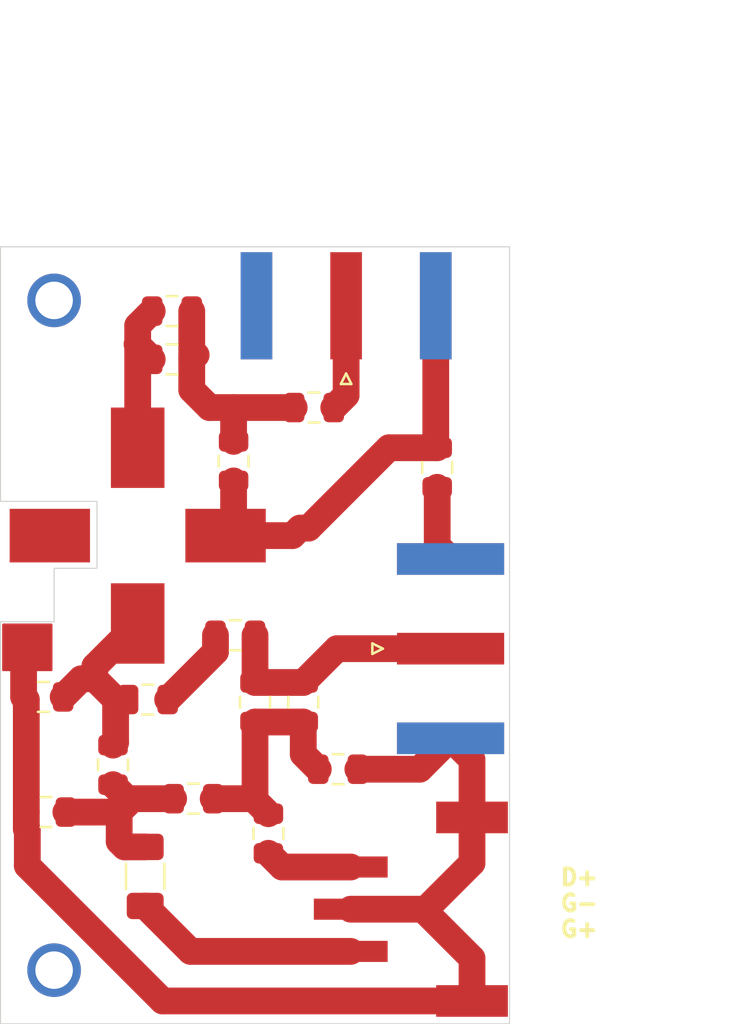
<source format=kicad_pcb>
(kicad_pcb (version 20171130) (host pcbnew "(5.1.4)-1")

  (general
    (thickness 1.6)
    (drawings 13)
    (tracks 79)
    (zones 0)
    (modules 20)
    (nets 1)
  )

  (page A4)
  (layers
    (0 F.Cu signal)
    (31 B.Cu signal)
    (32 B.Adhes user)
    (33 F.Adhes user)
    (34 B.Paste user)
    (35 F.Paste user)
    (36 B.SilkS user)
    (37 F.SilkS user)
    (38 B.Mask user)
    (39 F.Mask user)
    (40 Dwgs.User user)
    (41 Cmts.User user)
    (42 Eco1.User user)
    (43 Eco2.User user)
    (44 Edge.Cuts user)
    (45 Margin user)
    (46 B.CrtYd user)
    (47 F.CrtYd user)
    (48 B.Fab user)
    (49 F.Fab user hide)
  )

  (setup
    (last_trace_width 1.27)
    (user_trace_width 0.635)
    (user_trace_width 1.27)
    (user_trace_width 2.54)
    (trace_clearance 0.2)
    (zone_clearance 0.508)
    (zone_45_only no)
    (trace_min 0.2)
    (via_size 0.8)
    (via_drill 0.4)
    (via_min_size 0.4)
    (via_min_drill 0.3)
    (user_via 2.54 1.778)
    (uvia_size 0.3)
    (uvia_drill 0.1)
    (uvias_allowed no)
    (uvia_min_size 0.2)
    (uvia_min_drill 0.1)
    (edge_width 0.05)
    (segment_width 0.2)
    (pcb_text_width 0.3)
    (pcb_text_size 1.5 1.5)
    (mod_edge_width 0.12)
    (mod_text_size 1 1)
    (mod_text_width 0.15)
    (pad_size 1.524 1.524)
    (pad_drill 0.762)
    (pad_to_mask_clearance 0.051)
    (solder_mask_min_width 0.25)
    (aux_axis_origin 0 0)
    (visible_elements 7FFFFFFF)
    (pcbplotparams
      (layerselection 0x010fc_ffffffff)
      (usegerberextensions false)
      (usegerberattributes false)
      (usegerberadvancedattributes false)
      (creategerberjobfile false)
      (excludeedgelayer true)
      (linewidth 0.100000)
      (plotframeref false)
      (viasonmask false)
      (mode 1)
      (useauxorigin false)
      (hpglpennumber 1)
      (hpglpenspeed 20)
      (hpglpendiameter 15.000000)
      (psnegative false)
      (psa4output false)
      (plotreference true)
      (plotvalue true)
      (plotinvisibletext false)
      (padsonsilk false)
      (subtractmaskfromsilk false)
      (outputformat 1)
      (mirror false)
      (drillshape 1)
      (scaleselection 1)
      (outputdirectory ""))
  )

  (net 0 "")

  (net_class Default "This is the default net class."
    (clearance 0.2)
    (trace_width 0.25)
    (via_dia 0.8)
    (via_drill 0.4)
    (uvia_dia 0.3)
    (uvia_drill 0.1)
  )

  (module Resistor_SMD:R_1206_3216Metric (layer F.Cu) (tedit 5B301BBD) (tstamp 5E8E5CB7)
    (at 155.575 67.694 90)
    (descr "Resistor SMD 1206 (3216 Metric), square (rectangular) end terminal, IPC_7351 nominal, (Body size source: http://www.tortai-tech.com/upload/download/2011102023233369053.pdf), generated with kicad-footprint-generator")
    (tags resistor)
    (attr smd)
    (fp_text reference REF** (at 0 -1.82 90) (layer F.SilkS) hide
      (effects (font (size 1 1) (thickness 0.15)))
    )
    (fp_text value R_1206_3216Metric (at 0 1.82 90) (layer F.Fab)
      (effects (font (size 1 1) (thickness 0.15)))
    )
    (fp_text user %R (at 0 0 90) (layer F.Fab)
      (effects (font (size 0.8 0.8) (thickness 0.12)))
    )
    (fp_line (start 2.28 1.12) (end -2.28 1.12) (layer F.CrtYd) (width 0.05))
    (fp_line (start 2.28 -1.12) (end 2.28 1.12) (layer F.CrtYd) (width 0.05))
    (fp_line (start -2.28 -1.12) (end 2.28 -1.12) (layer F.CrtYd) (width 0.05))
    (fp_line (start -2.28 1.12) (end -2.28 -1.12) (layer F.CrtYd) (width 0.05))
    (fp_line (start -0.602064 0.91) (end 0.602064 0.91) (layer F.SilkS) (width 0.12))
    (fp_line (start -0.602064 -0.91) (end 0.602064 -0.91) (layer F.SilkS) (width 0.12))
    (fp_line (start 1.6 0.8) (end -1.6 0.8) (layer F.Fab) (width 0.1))
    (fp_line (start 1.6 -0.8) (end 1.6 0.8) (layer F.Fab) (width 0.1))
    (fp_line (start -1.6 -0.8) (end 1.6 -0.8) (layer F.Fab) (width 0.1))
    (fp_line (start -1.6 0.8) (end -1.6 -0.8) (layer F.Fab) (width 0.1))
    (pad 2 smd roundrect (at 1.4 0 90) (size 1.25 1.75) (layers F.Cu F.Paste F.Mask) (roundrect_rratio 0.2))
    (pad 1 smd roundrect (at -1.4 0 90) (size 1.25 1.75) (layers F.Cu F.Paste F.Mask) (roundrect_rratio 0.2))
    (model ${KISYS3DMOD}/Resistor_SMD.3dshapes/R_1206_3216Metric.wrl
      (at (xyz 0 0 0))
      (scale (xyz 1 1 1))
      (rotate (xyz 0 0 0))
    )
  )

  (module "new second stage amp:3 pos header" (layer F.Cu) (tedit 5E8DFE5E) (tstamp 5E8E5579)
    (at 172.769 64.147 270)
    (fp_text reference REF** (at 5.842 -0.9144 90) (layer F.SilkS) hide
      (effects (font (size 1 1) (thickness 0.15)))
    )
    (fp_text value "3 pos header" (at -0.0254 -1.2192 90) (layer F.Fab)
      (effects (font (size 1 1) (thickness 0.15)))
    )
    (fp_line (start 10.2 9.2) (end 10.2 0) (layer F.CrtYd) (width 0.12))
    (fp_line (start 0 0) (end 0 9.2) (layer F.CrtYd) (width 0.12))
    (fp_line (start 0 9.2) (end 10.2 9.2) (layer F.CrtYd) (width 0.12))
    (fp_line (start 0 0) (end 10.2 0) (layer F.CrtYd) (width 0.12))
    (pad 5 smd rect (at 9.45 1.7 270) (size 1.5 3.4) (layers F.Cu F.Paste F.Mask))
    (pad 4 smd rect (at 0.75 1.7 270) (size 1.5 3.4) (layers F.Cu F.Paste F.Mask))
    (pad 3 smd rect (at 7.1 7.45 270) (size 1 3.5) (layers F.Cu F.Paste F.Mask))
    (pad 2 smd rect (at 5.1 7.45 270) (size 1 3.5) (layers F.Cu F.Paste F.Mask))
    (pad 1 smd rect (at 3.1 7.45 270) (size 1 3.5) (layers F.Cu F.Paste F.Mask))
  )

  (module Capacitor_SMD:C_0805_2012Metric (layer F.Cu) (tedit 5B36C52B) (tstamp 5E8E5335)
    (at 161.417 65.659 90)
    (descr "Capacitor SMD 0805 (2012 Metric), square (rectangular) end terminal, IPC_7351 nominal, (Body size source: https://docs.google.com/spreadsheets/d/1BsfQQcO9C6DZCsRaXUlFlo91Tg2WpOkGARC1WS5S8t0/edit?usp=sharing), generated with kicad-footprint-generator")
    (tags capacitor)
    (attr smd)
    (fp_text reference REF** (at 0 -1.65 90) (layer F.SilkS) hide
      (effects (font (size 1 1) (thickness 0.15)))
    )
    (fp_text value C_0805_2012Metric (at 0 1.65 90) (layer F.Fab)
      (effects (font (size 1 1) (thickness 0.15)))
    )
    (fp_text user %R (at 0 0 90) (layer F.Fab)
      (effects (font (size 0.5 0.5) (thickness 0.08)))
    )
    (fp_line (start 1.68 0.95) (end -1.68 0.95) (layer F.CrtYd) (width 0.05))
    (fp_line (start 1.68 -0.95) (end 1.68 0.95) (layer F.CrtYd) (width 0.05))
    (fp_line (start -1.68 -0.95) (end 1.68 -0.95) (layer F.CrtYd) (width 0.05))
    (fp_line (start -1.68 0.95) (end -1.68 -0.95) (layer F.CrtYd) (width 0.05))
    (fp_line (start -0.258578 0.71) (end 0.258578 0.71) (layer F.SilkS) (width 0.12))
    (fp_line (start -0.258578 -0.71) (end 0.258578 -0.71) (layer F.SilkS) (width 0.12))
    (fp_line (start 1 0.6) (end -1 0.6) (layer F.Fab) (width 0.1))
    (fp_line (start 1 -0.6) (end 1 0.6) (layer F.Fab) (width 0.1))
    (fp_line (start -1 -0.6) (end 1 -0.6) (layer F.Fab) (width 0.1))
    (fp_line (start -1 0.6) (end -1 -0.6) (layer F.Fab) (width 0.1))
    (pad 2 smd roundrect (at 0.9375 0 90) (size 0.975 1.4) (layers F.Cu F.Paste F.Mask) (roundrect_rratio 0.25))
    (pad 1 smd roundrect (at -0.9375 0 90) (size 0.975 1.4) (layers F.Cu F.Paste F.Mask) (roundrect_rratio 0.25))
    (model ${KISYS3DMOD}/Capacitor_SMD.3dshapes/C_0805_2012Metric.wrl
      (at (xyz 0 0 0))
      (scale (xyz 1 1 1))
      (rotate (xyz 0 0 0))
    )
  )

  (module Capacitor_SMD:C_0805_2012Metric (layer F.Cu) (tedit 5B36C52B) (tstamp 5E8E526B)
    (at 155.702 59.309)
    (descr "Capacitor SMD 0805 (2012 Metric), square (rectangular) end terminal, IPC_7351 nominal, (Body size source: https://docs.google.com/spreadsheets/d/1BsfQQcO9C6DZCsRaXUlFlo91Tg2WpOkGARC1WS5S8t0/edit?usp=sharing), generated with kicad-footprint-generator")
    (tags capacitor)
    (attr smd)
    (fp_text reference REF** (at 0 -1.65) (layer F.SilkS) hide
      (effects (font (size 1 1) (thickness 0.15)))
    )
    (fp_text value C_0805_2012Metric (at 0 1.65) (layer F.Fab)
      (effects (font (size 1 1) (thickness 0.15)))
    )
    (fp_text user %R (at 0 0) (layer F.Fab)
      (effects (font (size 0.5 0.5) (thickness 0.08)))
    )
    (fp_line (start 1.68 0.95) (end -1.68 0.95) (layer F.CrtYd) (width 0.05))
    (fp_line (start 1.68 -0.95) (end 1.68 0.95) (layer F.CrtYd) (width 0.05))
    (fp_line (start -1.68 -0.95) (end 1.68 -0.95) (layer F.CrtYd) (width 0.05))
    (fp_line (start -1.68 0.95) (end -1.68 -0.95) (layer F.CrtYd) (width 0.05))
    (fp_line (start -0.258578 0.71) (end 0.258578 0.71) (layer F.SilkS) (width 0.12))
    (fp_line (start -0.258578 -0.71) (end 0.258578 -0.71) (layer F.SilkS) (width 0.12))
    (fp_line (start 1 0.6) (end -1 0.6) (layer F.Fab) (width 0.1))
    (fp_line (start 1 -0.6) (end 1 0.6) (layer F.Fab) (width 0.1))
    (fp_line (start -1 -0.6) (end 1 -0.6) (layer F.Fab) (width 0.1))
    (fp_line (start -1 0.6) (end -1 -0.6) (layer F.Fab) (width 0.1))
    (pad 2 smd roundrect (at 0.9375 0) (size 0.975 1.4) (layers F.Cu F.Paste F.Mask) (roundrect_rratio 0.25))
    (pad 1 smd roundrect (at -0.9375 0) (size 0.975 1.4) (layers F.Cu F.Paste F.Mask) (roundrect_rratio 0.25))
    (model ${KISYS3DMOD}/Capacitor_SMD.3dshapes/C_0805_2012Metric.wrl
      (at (xyz 0 0 0))
      (scale (xyz 1 1 1))
      (rotate (xyz 0 0 0))
    )
  )

  (module Capacitor_SMD:C_0805_2012Metric (layer F.Cu) (tedit 5B36C52B) (tstamp 5E8E508C)
    (at 156.845 40.894)
    (descr "Capacitor SMD 0805 (2012 Metric), square (rectangular) end terminal, IPC_7351 nominal, (Body size source: https://docs.google.com/spreadsheets/d/1BsfQQcO9C6DZCsRaXUlFlo91Tg2WpOkGARC1WS5S8t0/edit?usp=sharing), generated with kicad-footprint-generator")
    (tags capacitor)
    (attr smd)
    (fp_text reference REF** (at 0 -1.65) (layer F.SilkS) hide
      (effects (font (size 1 1) (thickness 0.15)))
    )
    (fp_text value C_0805_2012Metric (at 0 1.65) (layer F.Fab)
      (effects (font (size 1 1) (thickness 0.15)))
    )
    (fp_text user %R (at 0 0) (layer F.Fab)
      (effects (font (size 0.5 0.5) (thickness 0.08)))
    )
    (fp_line (start 1.68 0.95) (end -1.68 0.95) (layer F.CrtYd) (width 0.05))
    (fp_line (start 1.68 -0.95) (end 1.68 0.95) (layer F.CrtYd) (width 0.05))
    (fp_line (start -1.68 -0.95) (end 1.68 -0.95) (layer F.CrtYd) (width 0.05))
    (fp_line (start -1.68 0.95) (end -1.68 -0.95) (layer F.CrtYd) (width 0.05))
    (fp_line (start -0.258578 0.71) (end 0.258578 0.71) (layer F.SilkS) (width 0.12))
    (fp_line (start -0.258578 -0.71) (end 0.258578 -0.71) (layer F.SilkS) (width 0.12))
    (fp_line (start 1 0.6) (end -1 0.6) (layer F.Fab) (width 0.1))
    (fp_line (start 1 -0.6) (end 1 0.6) (layer F.Fab) (width 0.1))
    (fp_line (start -1 -0.6) (end 1 -0.6) (layer F.Fab) (width 0.1))
    (fp_line (start -1 0.6) (end -1 -0.6) (layer F.Fab) (width 0.1))
    (pad 2 smd roundrect (at 0.9375 0) (size 0.975 1.4) (layers F.Cu F.Paste F.Mask) (roundrect_rratio 0.25))
    (pad 1 smd roundrect (at -0.9375 0) (size 0.975 1.4) (layers F.Cu F.Paste F.Mask) (roundrect_rratio 0.25))
    (model ${KISYS3DMOD}/Capacitor_SMD.3dshapes/C_0805_2012Metric.wrl
      (at (xyz 0 0 0))
      (scale (xyz 1 1 1))
      (rotate (xyz 0 0 0))
    )
  )

  (module Capacitor_SMD:C_0805_2012Metric (layer F.Cu) (tedit 5B36C52B) (tstamp 5E7B7DB3)
    (at 164.719 62.611)
    (descr "Capacitor SMD 0805 (2012 Metric), square (rectangular) end terminal, IPC_7351 nominal, (Body size source: https://docs.google.com/spreadsheets/d/1BsfQQcO9C6DZCsRaXUlFlo91Tg2WpOkGARC1WS5S8t0/edit?usp=sharing), generated with kicad-footprint-generator")
    (tags capacitor)
    (attr smd)
    (fp_text reference REF** (at 0 -1.65) (layer F.SilkS) hide
      (effects (font (size 1 1) (thickness 0.15)))
    )
    (fp_text value C_0805_2012Metric (at 0 1.65) (layer F.Fab)
      (effects (font (size 1 1) (thickness 0.15)))
    )
    (fp_text user %R (at 0 0) (layer F.Fab)
      (effects (font (size 0.5 0.5) (thickness 0.08)))
    )
    (fp_line (start 1.68 0.95) (end -1.68 0.95) (layer F.CrtYd) (width 0.05))
    (fp_line (start 1.68 -0.95) (end 1.68 0.95) (layer F.CrtYd) (width 0.05))
    (fp_line (start -1.68 -0.95) (end 1.68 -0.95) (layer F.CrtYd) (width 0.05))
    (fp_line (start -1.68 0.95) (end -1.68 -0.95) (layer F.CrtYd) (width 0.05))
    (fp_line (start -0.258578 0.71) (end 0.258578 0.71) (layer F.SilkS) (width 0.12))
    (fp_line (start -0.258578 -0.71) (end 0.258578 -0.71) (layer F.SilkS) (width 0.12))
    (fp_line (start 1 0.6) (end -1 0.6) (layer F.Fab) (width 0.1))
    (fp_line (start 1 -0.6) (end 1 0.6) (layer F.Fab) (width 0.1))
    (fp_line (start -1 -0.6) (end 1 -0.6) (layer F.Fab) (width 0.1))
    (fp_line (start -1 0.6) (end -1 -0.6) (layer F.Fab) (width 0.1))
    (pad 2 smd roundrect (at 0.9375 0) (size 0.975 1.4) (layers F.Cu F.Paste F.Mask) (roundrect_rratio 0.25))
    (pad 1 smd roundrect (at -0.9375 0) (size 0.975 1.4) (layers F.Cu F.Paste F.Mask) (roundrect_rratio 0.25))
    (model ${KISYS3DMOD}/Capacitor_SMD.3dshapes/C_0805_2012Metric.wrl
      (at (xyz 0 0 0))
      (scale (xyz 1 1 1))
      (rotate (xyz 0 0 0))
    )
  )

  (module Inductor_SMD:L_0805_2012Metric (layer F.Cu) (tedit 5B36C52B) (tstamp 5E7B7BF5)
    (at 163.068 59.436 90)
    (descr "Inductor SMD 0805 (2012 Metric), square (rectangular) end terminal, IPC_7351 nominal, (Body size source: https://docs.google.com/spreadsheets/d/1BsfQQcO9C6DZCsRaXUlFlo91Tg2WpOkGARC1WS5S8t0/edit?usp=sharing), generated with kicad-footprint-generator")
    (tags inductor)
    (attr smd)
    (fp_text reference REF** (at 0 -1.65 90) (layer F.SilkS) hide
      (effects (font (size 1 1) (thickness 0.15)))
    )
    (fp_text value L_0805_2012Metric (at 0 1.65 90) (layer F.Fab)
      (effects (font (size 1 1) (thickness 0.15)))
    )
    (fp_text user %R (at 0 0 90) (layer F.Fab)
      (effects (font (size 0.5 0.5) (thickness 0.08)))
    )
    (fp_line (start 1.68 0.95) (end -1.68 0.95) (layer F.CrtYd) (width 0.05))
    (fp_line (start 1.68 -0.95) (end 1.68 0.95) (layer F.CrtYd) (width 0.05))
    (fp_line (start -1.68 -0.95) (end 1.68 -0.95) (layer F.CrtYd) (width 0.05))
    (fp_line (start -1.68 0.95) (end -1.68 -0.95) (layer F.CrtYd) (width 0.05))
    (fp_line (start -0.258578 0.71) (end 0.258578 0.71) (layer F.SilkS) (width 0.12))
    (fp_line (start -0.258578 -0.71) (end 0.258578 -0.71) (layer F.SilkS) (width 0.12))
    (fp_line (start 1 0.6) (end -1 0.6) (layer F.Fab) (width 0.1))
    (fp_line (start 1 -0.6) (end 1 0.6) (layer F.Fab) (width 0.1))
    (fp_line (start -1 -0.6) (end 1 -0.6) (layer F.Fab) (width 0.1))
    (fp_line (start -1 0.6) (end -1 -0.6) (layer F.Fab) (width 0.1))
    (pad 2 smd roundrect (at 0.9375 0 90) (size 0.975 1.4) (layers F.Cu F.Paste F.Mask) (roundrect_rratio 0.25))
    (pad 1 smd roundrect (at -0.9375 0 90) (size 0.975 1.4) (layers F.Cu F.Paste F.Mask) (roundrect_rratio 0.25))
    (model ${KISYS3DMOD}/Inductor_SMD.3dshapes/L_0805_2012Metric.wrl
      (at (xyz 0 0 0))
      (scale (xyz 1 1 1))
      (rotate (xyz 0 0 0))
    )
  )

  (module Resistor_SMD:R_0805_2012Metric (layer F.Cu) (tedit 5B36C52B) (tstamp 5E7B7482)
    (at 160.782 59.436 90)
    (descr "Resistor SMD 0805 (2012 Metric), square (rectangular) end terminal, IPC_7351 nominal, (Body size source: https://docs.google.com/spreadsheets/d/1BsfQQcO9C6DZCsRaXUlFlo91Tg2WpOkGARC1WS5S8t0/edit?usp=sharing), generated with kicad-footprint-generator")
    (tags resistor)
    (attr smd)
    (fp_text reference REF** (at 0 -1.65 90) (layer F.SilkS) hide
      (effects (font (size 1 1) (thickness 0.15)))
    )
    (fp_text value R_0805_2012Metric (at 0 1.65 90) (layer F.Fab)
      (effects (font (size 1 1) (thickness 0.15)))
    )
    (fp_text user %R (at 0 0 90) (layer F.Fab)
      (effects (font (size 0.5 0.5) (thickness 0.08)))
    )
    (fp_line (start 1.68 0.95) (end -1.68 0.95) (layer F.CrtYd) (width 0.05))
    (fp_line (start 1.68 -0.95) (end 1.68 0.95) (layer F.CrtYd) (width 0.05))
    (fp_line (start -1.68 -0.95) (end 1.68 -0.95) (layer F.CrtYd) (width 0.05))
    (fp_line (start -1.68 0.95) (end -1.68 -0.95) (layer F.CrtYd) (width 0.05))
    (fp_line (start -0.258578 0.71) (end 0.258578 0.71) (layer F.SilkS) (width 0.12))
    (fp_line (start -0.258578 -0.71) (end 0.258578 -0.71) (layer F.SilkS) (width 0.12))
    (fp_line (start 1 0.6) (end -1 0.6) (layer F.Fab) (width 0.1))
    (fp_line (start 1 -0.6) (end 1 0.6) (layer F.Fab) (width 0.1))
    (fp_line (start -1 -0.6) (end 1 -0.6) (layer F.Fab) (width 0.1))
    (fp_line (start -1 0.6) (end -1 -0.6) (layer F.Fab) (width 0.1))
    (pad 2 smd roundrect (at 0.9375 0 90) (size 0.975 1.4) (layers F.Cu F.Paste F.Mask) (roundrect_rratio 0.25))
    (pad 1 smd roundrect (at -0.9375 0 90) (size 0.975 1.4) (layers F.Cu F.Paste F.Mask) (roundrect_rratio 0.25))
    (model ${KISYS3DMOD}/Resistor_SMD.3dshapes/R_0805_2012Metric.wrl
      (at (xyz 0 0 0))
      (scale (xyz 1 1 1))
      (rotate (xyz 0 0 0))
    )
  )

  (module Capacitor_SMD:C_0805_2012Metric (layer F.Cu) (tedit 5B36C52B) (tstamp 5E7B7421)
    (at 157.861 64.008)
    (descr "Capacitor SMD 0805 (2012 Metric), square (rectangular) end terminal, IPC_7351 nominal, (Body size source: https://docs.google.com/spreadsheets/d/1BsfQQcO9C6DZCsRaXUlFlo91Tg2WpOkGARC1WS5S8t0/edit?usp=sharing), generated with kicad-footprint-generator")
    (tags capacitor)
    (attr smd)
    (fp_text reference REF** (at 0 -1.65) (layer F.SilkS) hide
      (effects (font (size 1 1) (thickness 0.15)))
    )
    (fp_text value C_0805_2012Metric (at 0 1.65) (layer F.Fab)
      (effects (font (size 1 1) (thickness 0.15)))
    )
    (fp_text user %R (at 0 0) (layer F.Fab)
      (effects (font (size 0.5 0.5) (thickness 0.08)))
    )
    (fp_line (start 1.68 0.95) (end -1.68 0.95) (layer F.CrtYd) (width 0.05))
    (fp_line (start 1.68 -0.95) (end 1.68 0.95) (layer F.CrtYd) (width 0.05))
    (fp_line (start -1.68 -0.95) (end 1.68 -0.95) (layer F.CrtYd) (width 0.05))
    (fp_line (start -1.68 0.95) (end -1.68 -0.95) (layer F.CrtYd) (width 0.05))
    (fp_line (start -0.258578 0.71) (end 0.258578 0.71) (layer F.SilkS) (width 0.12))
    (fp_line (start -0.258578 -0.71) (end 0.258578 -0.71) (layer F.SilkS) (width 0.12))
    (fp_line (start 1 0.6) (end -1 0.6) (layer F.Fab) (width 0.1))
    (fp_line (start 1 -0.6) (end 1 0.6) (layer F.Fab) (width 0.1))
    (fp_line (start -1 -0.6) (end 1 -0.6) (layer F.Fab) (width 0.1))
    (fp_line (start -1 0.6) (end -1 -0.6) (layer F.Fab) (width 0.1))
    (pad 2 smd roundrect (at 0.9375 0) (size 0.975 1.4) (layers F.Cu F.Paste F.Mask) (roundrect_rratio 0.25))
    (pad 1 smd roundrect (at -0.9375 0) (size 0.975 1.4) (layers F.Cu F.Paste F.Mask) (roundrect_rratio 0.25))
    (model ${KISYS3DMOD}/Capacitor_SMD.3dshapes/C_0805_2012Metric.wrl
      (at (xyz 0 0 0))
      (scale (xyz 1 1 1))
      (rotate (xyz 0 0 0))
    )
  )

  (module Resistor_SMD:R_0805_2012Metric (layer F.Cu) (tedit 5B36C52B) (tstamp 5E7B73C0)
    (at 154.051 62.4055 90)
    (descr "Resistor SMD 0805 (2012 Metric), square (rectangular) end terminal, IPC_7351 nominal, (Body size source: https://docs.google.com/spreadsheets/d/1BsfQQcO9C6DZCsRaXUlFlo91Tg2WpOkGARC1WS5S8t0/edit?usp=sharing), generated with kicad-footprint-generator")
    (tags resistor)
    (attr smd)
    (fp_text reference REF** (at 0 -1.65 90) (layer F.SilkS) hide
      (effects (font (size 1 1) (thickness 0.15)))
    )
    (fp_text value R_0805_2012Metric (at 0 1.65 90) (layer F.Fab)
      (effects (font (size 1 1) (thickness 0.15)))
    )
    (fp_text user %R (at 0 0 90) (layer F.Fab)
      (effects (font (size 0.5 0.5) (thickness 0.08)))
    )
    (fp_line (start 1.68 0.95) (end -1.68 0.95) (layer F.CrtYd) (width 0.05))
    (fp_line (start 1.68 -0.95) (end 1.68 0.95) (layer F.CrtYd) (width 0.05))
    (fp_line (start -1.68 -0.95) (end 1.68 -0.95) (layer F.CrtYd) (width 0.05))
    (fp_line (start -1.68 0.95) (end -1.68 -0.95) (layer F.CrtYd) (width 0.05))
    (fp_line (start -0.258578 0.71) (end 0.258578 0.71) (layer F.SilkS) (width 0.12))
    (fp_line (start -0.258578 -0.71) (end 0.258578 -0.71) (layer F.SilkS) (width 0.12))
    (fp_line (start 1 0.6) (end -1 0.6) (layer F.Fab) (width 0.1))
    (fp_line (start 1 -0.6) (end 1 0.6) (layer F.Fab) (width 0.1))
    (fp_line (start -1 -0.6) (end 1 -0.6) (layer F.Fab) (width 0.1))
    (fp_line (start -1 0.6) (end -1 -0.6) (layer F.Fab) (width 0.1))
    (pad 2 smd roundrect (at 0.9375 0 90) (size 0.975 1.4) (layers F.Cu F.Paste F.Mask) (roundrect_rratio 0.25))
    (pad 1 smd roundrect (at -0.9375 0 90) (size 0.975 1.4) (layers F.Cu F.Paste F.Mask) (roundrect_rratio 0.25))
    (model ${KISYS3DMOD}/Resistor_SMD.3dshapes/R_0805_2012Metric.wrl
      (at (xyz 0 0 0))
      (scale (xyz 1 1 1))
      (rotate (xyz 0 0 0))
    )
  )

  (module Capacitor_SMD:C_0805_2012Metric (layer F.Cu) (tedit 5B36C52B) (tstamp 5E7B7182)
    (at 159.766 48.006 90)
    (descr "Capacitor SMD 0805 (2012 Metric), square (rectangular) end terminal, IPC_7351 nominal, (Body size source: https://docs.google.com/spreadsheets/d/1BsfQQcO9C6DZCsRaXUlFlo91Tg2WpOkGARC1WS5S8t0/edit?usp=sharing), generated with kicad-footprint-generator")
    (tags capacitor)
    (attr smd)
    (fp_text reference REF** (at 0 -1.65 90) (layer F.SilkS) hide
      (effects (font (size 1 1) (thickness 0.15)))
    )
    (fp_text value C_0805_2012Metric (at 0 1.65 90) (layer F.Fab)
      (effects (font (size 1 1) (thickness 0.15)))
    )
    (fp_text user %R (at 0 0 90) (layer F.Fab)
      (effects (font (size 0.5 0.5) (thickness 0.08)))
    )
    (fp_line (start 1.68 0.95) (end -1.68 0.95) (layer F.CrtYd) (width 0.05))
    (fp_line (start 1.68 -0.95) (end 1.68 0.95) (layer F.CrtYd) (width 0.05))
    (fp_line (start -1.68 -0.95) (end 1.68 -0.95) (layer F.CrtYd) (width 0.05))
    (fp_line (start -1.68 0.95) (end -1.68 -0.95) (layer F.CrtYd) (width 0.05))
    (fp_line (start -0.258578 0.71) (end 0.258578 0.71) (layer F.SilkS) (width 0.12))
    (fp_line (start -0.258578 -0.71) (end 0.258578 -0.71) (layer F.SilkS) (width 0.12))
    (fp_line (start 1 0.6) (end -1 0.6) (layer F.Fab) (width 0.1))
    (fp_line (start 1 -0.6) (end 1 0.6) (layer F.Fab) (width 0.1))
    (fp_line (start -1 -0.6) (end 1 -0.6) (layer F.Fab) (width 0.1))
    (fp_line (start -1 0.6) (end -1 -0.6) (layer F.Fab) (width 0.1))
    (pad 2 smd roundrect (at 0.9375 0 90) (size 0.975 1.4) (layers F.Cu F.Paste F.Mask) (roundrect_rratio 0.25))
    (pad 1 smd roundrect (at -0.9375 0 90) (size 0.975 1.4) (layers F.Cu F.Paste F.Mask) (roundrect_rratio 0.25))
    (model ${KISYS3DMOD}/Capacitor_SMD.3dshapes/C_0805_2012Metric.wrl
      (at (xyz 0 0 0))
      (scale (xyz 1 1 1))
      (rotate (xyz 0 0 0))
    )
  )

  (module "FET board:FET FHX13LG" (layer F.Cu) (tedit 5E7A0D71) (tstamp 5E7ACB41)
    (at 155.2194 51.5366)
    (fp_text reference REF** (at 0 0.5) (layer F.SilkS) hide
      (effects (font (size 1 1) (thickness 0.15)))
    )
    (fp_text value "FET FHX13LG" (at 6.731 -2.7178) (layer F.Fab)
      (effects (font (size 1 1) (thickness 0.15)))
    )
    (pad 4 smd rect (at -4.1656 0) (size 3.81 2.54) (layers F.Cu F.Paste F.Mask))
    (pad 3 smd rect (at 0 4.1656) (size 2.54 3.81) (layers F.Cu F.Paste F.Mask))
    (pad 2 smd rect (at 4.1656 0) (size 3.81 2.54) (layers F.Cu F.Paste F.Mask))
    (pad 1 smd rect (at 0 -4.1656) (size 2.54 3.81) (layers F.Cu F.Paste F.Mask))
  )

  (module Connector_Coaxial:SMA_Amphenol_132289_EdgeMount (layer F.Cu) (tedit 5A1C1810) (tstamp 5E7AC934)
    (at 170.053 56.896)
    (descr http://www.amphenolrf.com/132289.html)
    (tags SMA)
    (attr smd)
    (fp_text reference REF** (at -3.96 -3 90) (layer F.SilkS) hide
      (effects (font (size 1 1) (thickness 0.15)))
    )
    (fp_text value SMA_Amphenol_132289_EdgeMount (at 5 6) (layer F.Fab)
      (effects (font (size 1 1) (thickness 0.15)))
    )
    (fp_line (start -3.71 0.25) (end -3.21 0) (layer F.SilkS) (width 0.12))
    (fp_line (start -3.71 -0.25) (end -3.71 0.25) (layer F.SilkS) (width 0.12))
    (fp_line (start -3.21 0) (end -3.71 -0.25) (layer F.SilkS) (width 0.12))
    (fp_line (start 3.54 0) (end 2.54 0.75) (layer F.Fab) (width 0.1))
    (fp_line (start 2.54 -0.75) (end 3.54 0) (layer F.Fab) (width 0.1))
    (fp_text user %R (at 4.79 0 270) (layer F.Fab)
      (effects (font (size 1 1) (thickness 0.15)))
    )
    (fp_line (start 14.47 -5.58) (end -3.04 -5.58) (layer F.CrtYd) (width 0.05))
    (fp_line (start 14.47 -5.58) (end 14.47 5.58) (layer F.CrtYd) (width 0.05))
    (fp_line (start 14.47 5.58) (end -3.04 5.58) (layer F.CrtYd) (width 0.05))
    (fp_line (start -3.04 5.58) (end -3.04 -5.58) (layer F.CrtYd) (width 0.05))
    (fp_line (start 14.47 -5.58) (end -3.04 -5.58) (layer B.CrtYd) (width 0.05))
    (fp_line (start 14.47 -5.58) (end 14.47 5.58) (layer B.CrtYd) (width 0.05))
    (fp_line (start 14.47 5.58) (end -3.04 5.58) (layer B.CrtYd) (width 0.05))
    (fp_line (start -3.04 5.58) (end -3.04 -5.58) (layer B.CrtYd) (width 0.05))
    (fp_line (start 4.445 -3.81) (end 13.97 -3.81) (layer F.Fab) (width 0.1))
    (fp_line (start 13.97 -3.81) (end 13.97 3.81) (layer F.Fab) (width 0.1))
    (fp_line (start 13.97 3.81) (end 4.445 3.81) (layer F.Fab) (width 0.1))
    (fp_line (start 4.445 5.08) (end 4.445 3.81) (layer F.Fab) (width 0.1))
    (fp_line (start 4.445 -3.81) (end 4.445 -5.08) (layer F.Fab) (width 0.1))
    (fp_line (start -1.91 -5.08) (end 4.445 -5.08) (layer F.Fab) (width 0.1))
    (fp_line (start -1.91 -5.08) (end -1.91 -3.81) (layer F.Fab) (width 0.1))
    (fp_line (start -1.91 -3.81) (end 2.54 -3.81) (layer F.Fab) (width 0.1))
    (fp_line (start 2.54 -3.81) (end 2.54 3.81) (layer F.Fab) (width 0.1))
    (fp_line (start 2.54 3.81) (end -1.91 3.81) (layer F.Fab) (width 0.1))
    (fp_line (start -1.91 3.81) (end -1.91 5.08) (layer F.Fab) (width 0.1))
    (fp_line (start -1.91 5.08) (end 4.445 5.08) (layer F.Fab) (width 0.1))
    (pad 2 smd rect (at 0 4.25 90) (size 1.5 5.08) (layers B.Cu B.Paste B.Mask))
    (pad 2 smd rect (at 0 -4.25 90) (size 1.5 5.08) (layers B.Cu B.Paste B.Mask))
    (pad 2 smd rect (at 0 4.25 90) (size 1.5 5.08) (layers F.Cu F.Paste F.Mask))
    (pad 2 smd rect (at 0 -4.25 90) (size 1.5 5.08) (layers F.Cu F.Paste F.Mask))
    (pad 1 smd rect (at 0 0 90) (size 1.5 5.08) (layers F.Cu F.Paste F.Mask))
    (model ${KISYS3DMOD}/Connector_Coaxial.3dshapes/SMA_Amphenol_132289_EdgeMount.wrl
      (at (xyz 0 0 0))
      (scale (xyz 1 1 1))
      (rotate (xyz 0 0 0))
    )
  )

  (module Capacitor_SMD:C_0805_2012Metric (layer F.Cu) (tedit 5B36C52B) (tstamp 5E7AC8AA)
    (at 150.876 64.643)
    (descr "Capacitor SMD 0805 (2012 Metric), square (rectangular) end terminal, IPC_7351 nominal, (Body size source: https://docs.google.com/spreadsheets/d/1BsfQQcO9C6DZCsRaXUlFlo91Tg2WpOkGARC1WS5S8t0/edit?usp=sharing), generated with kicad-footprint-generator")
    (tags capacitor)
    (attr smd)
    (fp_text reference REF** (at 0 -1.65) (layer F.SilkS) hide
      (effects (font (size 1 1) (thickness 0.15)))
    )
    (fp_text value C_0805_2012Metric (at 0 1.65) (layer F.Fab)
      (effects (font (size 1 1) (thickness 0.15)))
    )
    (fp_text user %R (at 0 0) (layer F.Fab)
      (effects (font (size 0.5 0.5) (thickness 0.08)))
    )
    (fp_line (start 1.68 0.95) (end -1.68 0.95) (layer F.CrtYd) (width 0.05))
    (fp_line (start 1.68 -0.95) (end 1.68 0.95) (layer F.CrtYd) (width 0.05))
    (fp_line (start -1.68 -0.95) (end 1.68 -0.95) (layer F.CrtYd) (width 0.05))
    (fp_line (start -1.68 0.95) (end -1.68 -0.95) (layer F.CrtYd) (width 0.05))
    (fp_line (start -0.258578 0.71) (end 0.258578 0.71) (layer F.SilkS) (width 0.12))
    (fp_line (start -0.258578 -0.71) (end 0.258578 -0.71) (layer F.SilkS) (width 0.12))
    (fp_line (start 1 0.6) (end -1 0.6) (layer F.Fab) (width 0.1))
    (fp_line (start 1 -0.6) (end 1 0.6) (layer F.Fab) (width 0.1))
    (fp_line (start -1 -0.6) (end 1 -0.6) (layer F.Fab) (width 0.1))
    (fp_line (start -1 0.6) (end -1 -0.6) (layer F.Fab) (width 0.1))
    (pad 2 smd roundrect (at 0.9375 0) (size 0.975 1.4) (layers F.Cu F.Paste F.Mask) (roundrect_rratio 0.25))
    (pad 1 smd roundrect (at -0.9375 0) (size 0.975 1.4) (layers F.Cu F.Paste F.Mask) (roundrect_rratio 0.25))
    (model ${KISYS3DMOD}/Capacitor_SMD.3dshapes/C_0805_2012Metric.wrl
      (at (xyz 0 0 0))
      (scale (xyz 1 1 1))
      (rotate (xyz 0 0 0))
    )
  )

  (module Capacitor_SMD:C_0805_2012Metric (layer F.Cu) (tedit 5B36C52B) (tstamp 5E7AC859)
    (at 150.749 59.182)
    (descr "Capacitor SMD 0805 (2012 Metric), square (rectangular) end terminal, IPC_7351 nominal, (Body size source: https://docs.google.com/spreadsheets/d/1BsfQQcO9C6DZCsRaXUlFlo91Tg2WpOkGARC1WS5S8t0/edit?usp=sharing), generated with kicad-footprint-generator")
    (tags capacitor)
    (attr smd)
    (fp_text reference REF** (at 0 -1.65) (layer F.SilkS) hide
      (effects (font (size 1 1) (thickness 0.15)))
    )
    (fp_text value C_0805_2012Metric (at 0 1.65) (layer F.Fab)
      (effects (font (size 1 1) (thickness 0.15)))
    )
    (fp_text user %R (at 0 0) (layer F.Fab)
      (effects (font (size 0.5 0.5) (thickness 0.08)))
    )
    (fp_line (start 1.68 0.95) (end -1.68 0.95) (layer F.CrtYd) (width 0.05))
    (fp_line (start 1.68 -0.95) (end 1.68 0.95) (layer F.CrtYd) (width 0.05))
    (fp_line (start -1.68 -0.95) (end 1.68 -0.95) (layer F.CrtYd) (width 0.05))
    (fp_line (start -1.68 0.95) (end -1.68 -0.95) (layer F.CrtYd) (width 0.05))
    (fp_line (start -0.258578 0.71) (end 0.258578 0.71) (layer F.SilkS) (width 0.12))
    (fp_line (start -0.258578 -0.71) (end 0.258578 -0.71) (layer F.SilkS) (width 0.12))
    (fp_line (start 1 0.6) (end -1 0.6) (layer F.Fab) (width 0.1))
    (fp_line (start 1 -0.6) (end 1 0.6) (layer F.Fab) (width 0.1))
    (fp_line (start -1 -0.6) (end 1 -0.6) (layer F.Fab) (width 0.1))
    (fp_line (start -1 0.6) (end -1 -0.6) (layer F.Fab) (width 0.1))
    (pad 2 smd roundrect (at 0.9375 0) (size 0.975 1.4) (layers F.Cu F.Paste F.Mask) (roundrect_rratio 0.25))
    (pad 1 smd roundrect (at -0.9375 0) (size 0.975 1.4) (layers F.Cu F.Paste F.Mask) (roundrect_rratio 0.25))
    (model ${KISYS3DMOD}/Capacitor_SMD.3dshapes/C_0805_2012Metric.wrl
      (at (xyz 0 0 0))
      (scale (xyz 1 1 1))
      (rotate (xyz 0 0 0))
    )
  )

  (module Capacitor_SMD:C_0805_2012Metric (layer F.Cu) (tedit 5B36C52B) (tstamp 5E7AC775)
    (at 159.8445 56.261)
    (descr "Capacitor SMD 0805 (2012 Metric), square (rectangular) end terminal, IPC_7351 nominal, (Body size source: https://docs.google.com/spreadsheets/d/1BsfQQcO9C6DZCsRaXUlFlo91Tg2WpOkGARC1WS5S8t0/edit?usp=sharing), generated with kicad-footprint-generator")
    (tags capacitor)
    (attr smd)
    (fp_text reference REF** (at 0 -1.65) (layer F.SilkS) hide
      (effects (font (size 1 1) (thickness 0.15)))
    )
    (fp_text value C_0805_2012Metric (at 0 1.65) (layer F.Fab)
      (effects (font (size 1 1) (thickness 0.15)))
    )
    (fp_text user %R (at 0 0) (layer F.Fab)
      (effects (font (size 0.5 0.5) (thickness 0.08)))
    )
    (fp_line (start 1.68 0.95) (end -1.68 0.95) (layer F.CrtYd) (width 0.05))
    (fp_line (start 1.68 -0.95) (end 1.68 0.95) (layer F.CrtYd) (width 0.05))
    (fp_line (start -1.68 -0.95) (end 1.68 -0.95) (layer F.CrtYd) (width 0.05))
    (fp_line (start -1.68 0.95) (end -1.68 -0.95) (layer F.CrtYd) (width 0.05))
    (fp_line (start -0.258578 0.71) (end 0.258578 0.71) (layer F.SilkS) (width 0.12))
    (fp_line (start -0.258578 -0.71) (end 0.258578 -0.71) (layer F.SilkS) (width 0.12))
    (fp_line (start 1 0.6) (end -1 0.6) (layer F.Fab) (width 0.1))
    (fp_line (start 1 -0.6) (end 1 0.6) (layer F.Fab) (width 0.1))
    (fp_line (start -1 -0.6) (end 1 -0.6) (layer F.Fab) (width 0.1))
    (fp_line (start -1 0.6) (end -1 -0.6) (layer F.Fab) (width 0.1))
    (pad 2 smd roundrect (at 0.9375 0) (size 0.975 1.4) (layers F.Cu F.Paste F.Mask) (roundrect_rratio 0.25))
    (pad 1 smd roundrect (at -0.9375 0) (size 0.975 1.4) (layers F.Cu F.Paste F.Mask) (roundrect_rratio 0.25))
    (model ${KISYS3DMOD}/Capacitor_SMD.3dshapes/C_0805_2012Metric.wrl
      (at (xyz 0 0 0))
      (scale (xyz 1 1 1))
      (rotate (xyz 0 0 0))
    )
  )

  (module Resistor_SMD:R_0805_2012Metric (layer F.Cu) (tedit 5B36C52B) (tstamp 5E7AC508)
    (at 169.418 48.3085 90)
    (descr "Resistor SMD 0805 (2012 Metric), square (rectangular) end terminal, IPC_7351 nominal, (Body size source: https://docs.google.com/spreadsheets/d/1BsfQQcO9C6DZCsRaXUlFlo91Tg2WpOkGARC1WS5S8t0/edit?usp=sharing), generated with kicad-footprint-generator")
    (tags resistor)
    (attr smd)
    (fp_text reference REF** (at 0 -1.65 90) (layer F.SilkS) hide
      (effects (font (size 1 1) (thickness 0.15)))
    )
    (fp_text value R_0805_2012Metric (at 0 1.65 90) (layer F.Fab)
      (effects (font (size 1 1) (thickness 0.15)))
    )
    (fp_text user %R (at 0 0 90) (layer F.Fab)
      (effects (font (size 0.5 0.5) (thickness 0.08)))
    )
    (fp_line (start 1.68 0.95) (end -1.68 0.95) (layer F.CrtYd) (width 0.05))
    (fp_line (start 1.68 -0.95) (end 1.68 0.95) (layer F.CrtYd) (width 0.05))
    (fp_line (start -1.68 -0.95) (end 1.68 -0.95) (layer F.CrtYd) (width 0.05))
    (fp_line (start -1.68 0.95) (end -1.68 -0.95) (layer F.CrtYd) (width 0.05))
    (fp_line (start -0.258578 0.71) (end 0.258578 0.71) (layer F.SilkS) (width 0.12))
    (fp_line (start -0.258578 -0.71) (end 0.258578 -0.71) (layer F.SilkS) (width 0.12))
    (fp_line (start 1 0.6) (end -1 0.6) (layer F.Fab) (width 0.1))
    (fp_line (start 1 -0.6) (end 1 0.6) (layer F.Fab) (width 0.1))
    (fp_line (start -1 -0.6) (end 1 -0.6) (layer F.Fab) (width 0.1))
    (fp_line (start -1 0.6) (end -1 -0.6) (layer F.Fab) (width 0.1))
    (pad 2 smd roundrect (at 0.9375 0 90) (size 0.975 1.4) (layers F.Cu F.Paste F.Mask) (roundrect_rratio 0.25))
    (pad 1 smd roundrect (at -0.9375 0 90) (size 0.975 1.4) (layers F.Cu F.Paste F.Mask) (roundrect_rratio 0.25))
    (model ${KISYS3DMOD}/Resistor_SMD.3dshapes/R_0805_2012Metric.wrl
      (at (xyz 0 0 0))
      (scale (xyz 1 1 1))
      (rotate (xyz 0 0 0))
    )
  )

  (module Resistor_SMD:R_0805_2012Metric (layer F.Cu) (tedit 5B36C52B) (tstamp 5E7ABFE3)
    (at 156.845 43.18)
    (descr "Resistor SMD 0805 (2012 Metric), square (rectangular) end terminal, IPC_7351 nominal, (Body size source: https://docs.google.com/spreadsheets/d/1BsfQQcO9C6DZCsRaXUlFlo91Tg2WpOkGARC1WS5S8t0/edit?usp=sharing), generated with kicad-footprint-generator")
    (tags resistor)
    (attr smd)
    (fp_text reference REF** (at 0 -1.65) (layer F.SilkS) hide
      (effects (font (size 1 1) (thickness 0.15)))
    )
    (fp_text value R_0805_2012Metric (at 0 1.65) (layer F.Fab)
      (effects (font (size 1 1) (thickness 0.15)))
    )
    (fp_text user %R (at 0 0) (layer F.Fab)
      (effects (font (size 0.5 0.5) (thickness 0.08)))
    )
    (fp_line (start 1.68 0.95) (end -1.68 0.95) (layer F.CrtYd) (width 0.05))
    (fp_line (start 1.68 -0.95) (end 1.68 0.95) (layer F.CrtYd) (width 0.05))
    (fp_line (start -1.68 -0.95) (end 1.68 -0.95) (layer F.CrtYd) (width 0.05))
    (fp_line (start -1.68 0.95) (end -1.68 -0.95) (layer F.CrtYd) (width 0.05))
    (fp_line (start -0.258578 0.71) (end 0.258578 0.71) (layer F.SilkS) (width 0.12))
    (fp_line (start -0.258578 -0.71) (end 0.258578 -0.71) (layer F.SilkS) (width 0.12))
    (fp_line (start 1 0.6) (end -1 0.6) (layer F.Fab) (width 0.1))
    (fp_line (start 1 -0.6) (end 1 0.6) (layer F.Fab) (width 0.1))
    (fp_line (start -1 -0.6) (end 1 -0.6) (layer F.Fab) (width 0.1))
    (fp_line (start -1 0.6) (end -1 -0.6) (layer F.Fab) (width 0.1))
    (pad 2 smd roundrect (at 0.9375 0) (size 0.975 1.4) (layers F.Cu F.Paste F.Mask) (roundrect_rratio 0.25))
    (pad 1 smd roundrect (at -0.9375 0) (size 0.975 1.4) (layers F.Cu F.Paste F.Mask) (roundrect_rratio 0.25))
    (model ${KISYS3DMOD}/Resistor_SMD.3dshapes/R_0805_2012Metric.wrl
      (at (xyz 0 0 0))
      (scale (xyz 1 1 1))
      (rotate (xyz 0 0 0))
    )
  )

  (module Inductor_SMD:L_0805_2012Metric (layer F.Cu) (tedit 5B36C52B) (tstamp 5E7ABB86)
    (at 163.576 45.466)
    (descr "Inductor SMD 0805 (2012 Metric), square (rectangular) end terminal, IPC_7351 nominal, (Body size source: https://docs.google.com/spreadsheets/d/1BsfQQcO9C6DZCsRaXUlFlo91Tg2WpOkGARC1WS5S8t0/edit?usp=sharing), generated with kicad-footprint-generator")
    (tags inductor)
    (attr smd)
    (fp_text reference REF** (at 0 -1.65) (layer F.SilkS) hide
      (effects (font (size 1 1) (thickness 0.15)))
    )
    (fp_text value L_0805_2012Metric (at 0 1.65) (layer F.Fab)
      (effects (font (size 1 1) (thickness 0.15)))
    )
    (fp_text user %R (at 0 0) (layer F.Fab)
      (effects (font (size 0.5 0.5) (thickness 0.08)))
    )
    (fp_line (start 1.68 0.95) (end -1.68 0.95) (layer F.CrtYd) (width 0.05))
    (fp_line (start 1.68 -0.95) (end 1.68 0.95) (layer F.CrtYd) (width 0.05))
    (fp_line (start -1.68 -0.95) (end 1.68 -0.95) (layer F.CrtYd) (width 0.05))
    (fp_line (start -1.68 0.95) (end -1.68 -0.95) (layer F.CrtYd) (width 0.05))
    (fp_line (start -0.258578 0.71) (end 0.258578 0.71) (layer F.SilkS) (width 0.12))
    (fp_line (start -0.258578 -0.71) (end 0.258578 -0.71) (layer F.SilkS) (width 0.12))
    (fp_line (start 1 0.6) (end -1 0.6) (layer F.Fab) (width 0.1))
    (fp_line (start 1 -0.6) (end 1 0.6) (layer F.Fab) (width 0.1))
    (fp_line (start -1 -0.6) (end 1 -0.6) (layer F.Fab) (width 0.1))
    (fp_line (start -1 0.6) (end -1 -0.6) (layer F.Fab) (width 0.1))
    (pad 2 smd roundrect (at 0.9375 0) (size 0.975 1.4) (layers F.Cu F.Paste F.Mask) (roundrect_rratio 0.25))
    (pad 1 smd roundrect (at -0.9375 0) (size 0.975 1.4) (layers F.Cu F.Paste F.Mask) (roundrect_rratio 0.25))
    (model ${KISYS3DMOD}/Inductor_SMD.3dshapes/L_0805_2012Metric.wrl
      (at (xyz 0 0 0))
      (scale (xyz 1 1 1))
      (rotate (xyz 0 0 0))
    )
  )

  (module Connector_Coaxial:SMA_Amphenol_132289_EdgeMount (layer F.Cu) (tedit 5A1C1810) (tstamp 5E7A0A29)
    (at 165.1 40.64 90)
    (descr http://www.amphenolrf.com/132289.html)
    (tags SMA)
    (attr smd)
    (fp_text reference REF** (at -3.96 -3) (layer F.SilkS) hide
      (effects (font (size 1 1) (thickness 0.15)))
    )
    (fp_text value SMA_Amphenol_132289_EdgeMount (at 5 6 90) (layer F.Fab)
      (effects (font (size 1 1) (thickness 0.15)))
    )
    (fp_line (start -1.91 5.08) (end 4.445 5.08) (layer F.Fab) (width 0.1))
    (fp_line (start -1.91 3.81) (end -1.91 5.08) (layer F.Fab) (width 0.1))
    (fp_line (start 2.54 3.81) (end -1.91 3.81) (layer F.Fab) (width 0.1))
    (fp_line (start 2.54 -3.81) (end 2.54 3.81) (layer F.Fab) (width 0.1))
    (fp_line (start -1.91 -3.81) (end 2.54 -3.81) (layer F.Fab) (width 0.1))
    (fp_line (start -1.91 -5.08) (end -1.91 -3.81) (layer F.Fab) (width 0.1))
    (fp_line (start -1.91 -5.08) (end 4.445 -5.08) (layer F.Fab) (width 0.1))
    (fp_line (start 4.445 -3.81) (end 4.445 -5.08) (layer F.Fab) (width 0.1))
    (fp_line (start 4.445 5.08) (end 4.445 3.81) (layer F.Fab) (width 0.1))
    (fp_line (start 13.97 3.81) (end 4.445 3.81) (layer F.Fab) (width 0.1))
    (fp_line (start 13.97 -3.81) (end 13.97 3.81) (layer F.Fab) (width 0.1))
    (fp_line (start 4.445 -3.81) (end 13.97 -3.81) (layer F.Fab) (width 0.1))
    (fp_line (start -3.04 5.58) (end -3.04 -5.58) (layer B.CrtYd) (width 0.05))
    (fp_line (start 14.47 5.58) (end -3.04 5.58) (layer B.CrtYd) (width 0.05))
    (fp_line (start 14.47 -5.58) (end 14.47 5.58) (layer B.CrtYd) (width 0.05))
    (fp_line (start 14.47 -5.58) (end -3.04 -5.58) (layer B.CrtYd) (width 0.05))
    (fp_line (start -3.04 5.58) (end -3.04 -5.58) (layer F.CrtYd) (width 0.05))
    (fp_line (start 14.47 5.58) (end -3.04 5.58) (layer F.CrtYd) (width 0.05))
    (fp_line (start 14.47 -5.58) (end 14.47 5.58) (layer F.CrtYd) (width 0.05))
    (fp_line (start 14.47 -5.58) (end -3.04 -5.58) (layer F.CrtYd) (width 0.05))
    (fp_text user %R (at 4.79 0 180) (layer F.Fab)
      (effects (font (size 1 1) (thickness 0.15)))
    )
    (fp_line (start 2.54 -0.75) (end 3.54 0) (layer F.Fab) (width 0.1))
    (fp_line (start 3.54 0) (end 2.54 0.75) (layer F.Fab) (width 0.1))
    (fp_line (start -3.21 0) (end -3.71 -0.25) (layer F.SilkS) (width 0.12))
    (fp_line (start -3.71 -0.25) (end -3.71 0.25) (layer F.SilkS) (width 0.12))
    (fp_line (start -3.71 0.25) (end -3.21 0) (layer F.SilkS) (width 0.12))
    (pad 1 smd rect (at 0 0 180) (size 1.5 5.08) (layers F.Cu F.Paste F.Mask))
    (pad 2 smd rect (at 0 -4.25 180) (size 1.5 5.08) (layers F.Cu F.Paste F.Mask))
    (pad 2 smd rect (at 0 4.25 180) (size 1.5 5.08) (layers F.Cu F.Paste F.Mask))
    (pad 2 smd rect (at 0 -4.25 180) (size 1.5 5.08) (layers B.Cu B.Paste B.Mask))
    (pad 2 smd rect (at 0 4.25 180) (size 1.5 5.08) (layers B.Cu B.Paste B.Mask))
    (model ${KISYS3DMOD}/Connector_Coaxial.3dshapes/SMA_Amphenol_132289_EdgeMount.wrl
      (at (xyz 0 0 0))
      (scale (xyz 1 1 1))
      (rotate (xyz 0 0 0))
    )
  )

  (gr_text "D+\nG-\nG+" (at 176.149 68.961) (layer F.SilkS)
    (effects (font (size 0.762 0.762) (thickness 0.1905)))
  )
  (gr_poly (pts (xy 151.13 55.753) (xy 151.13 57.912) (xy 148.844 57.912) (xy 148.844 55.753)) (layer F.Mask) (width 0.1) (tstamp 5E7C70B0))
  (gr_poly (pts (xy 151.13 55.753) (xy 151.13 57.912) (xy 148.844 57.912) (xy 148.844 55.753)) (layer F.Cu) (width 0.1))
  (gr_line (start 151.257 53.086) (end 153.289 53.086) (layer Edge.Cuts) (width 0.05) (tstamp 5E7B9454))
  (gr_line (start 151.257 55.626) (end 151.257 53.086) (layer Edge.Cuts) (width 0.05))
  (gr_line (start 148.717 55.626) (end 151.257 55.626) (layer Edge.Cuts) (width 0.05))
  (gr_line (start 148.717 74.676) (end 148.717 55.626) (layer Edge.Cuts) (width 0.05))
  (gr_line (start 148.717 49.911) (end 148.717 37.846) (layer Edge.Cuts) (width 0.05) (tstamp 5E7B9448))
  (gr_line (start 153.289 49.911) (end 148.717 49.911) (layer Edge.Cuts) (width 0.05))
  (gr_line (start 153.289 53.086) (end 153.289 49.911) (layer Edge.Cuts) (width 0.05))
  (gr_line (start 172.847 74.676) (end 148.717 74.676) (layer Edge.Cuts) (width 0.05))
  (gr_line (start 172.847 37.846) (end 172.847 74.676) (layer Edge.Cuts) (width 0.05))
  (gr_line (start 148.717 37.846) (end 172.847 37.846) (layer Edge.Cuts) (width 0.05))

  (segment (start 155.191 42.4635) (end 155.9075 43.18) (width 1.27) (layer F.Cu) (net 0))
  (segment (start 157.991 42.9715) (end 157.7825 43.18) (width 1.27) (layer F.Cu) (net 0))
  (segment (start 157.7825 43.18) (end 157.7825 44.6255) (width 1.27) (layer F.Cu) (net 0))
  (segment (start 158.623 45.466) (end 157.7825 44.6255) (width 1.27) (layer F.Cu) (net 0))
  (segment (start 162.6385 45.466) (end 159.766 45.466) (width 1.27) (layer F.Cu) (net 0))
  (segment (start 159.766 45.466) (end 158.623 45.466) (width 1.27) (layer F.Cu) (net 0))
  (segment (start 165.1 44.8795) (end 164.5135 45.466) (width 1.27) (layer F.Cu) (net 0))
  (segment (start 165.1 40.64) (end 165.1 44.8795) (width 1.27) (layer F.Cu) (net 0))
  (segment (start 169.35 47.303) (end 169.418 47.371) (width 1.27) (layer F.Cu) (net 0))
  (segment (start 169.35 40.64) (end 169.35 47.303) (width 1.27) (layer F.Cu) (net 0))
  (segment (start 169.418 47.371) (end 167.132 47.371) (width 1.27) (layer F.Cu) (net 0))
  (segment (start 167.132 47.371) (end 163.322 51.181) (width 1.27) (layer F.Cu) (net 0))
  (segment (start 153.1874 58.3244) (end 154.172 59.309) (width 1.27) (layer F.Cu) (net 0))
  (segment (start 152.5441 58.3244) (end 151.6865 59.182) (width 1.27) (layer F.Cu) (net 0))
  (segment (start 153.1874 58.3244) (end 152.5441 58.3244) (width 1.27) (layer F.Cu) (net 0))
  (segment (start 154.172 61.347) (end 154.051 61.468) (width 1.27) (layer F.Cu) (net 0))
  (segment (start 154.172 59.309) (end 154.172 61.347) (width 1.27) (layer F.Cu) (net 0))
  (segment (start 154.716 64.008) (end 154.051 63.343) (width 1.27) (layer F.Cu) (net 0))
  (segment (start 156.9235 64.008) (end 154.716 64.008) (width 1.27) (layer F.Cu) (net 0))
  (segment (start 154.716 64.269) (end 154.716 64.008) (width 1.27) (layer F.Cu) (net 0))
  (segment (start 154.432 64.553) (end 154.716 64.269) (width 1.27) (layer F.Cu) (net 0))
  (segment (start 154.342 64.643) (end 154.432 64.553) (width 1.27) (layer F.Cu) (net 0))
  (segment (start 151.8135 64.643) (end 154.342 64.643) (width 1.27) (layer F.Cu) (net 0))
  (segment (start 149.9385 59.309) (end 149.8115 59.182) (width 1.27) (layer F.Cu) (net 0))
  (segment (start 149.9385 64.643) (end 149.9385 59.309) (width 1.27) (layer F.Cu) (net 0))
  (segment (start 159.766 47.0685) (end 159.766 45.466) (width 1.27) (layer F.Cu) (net 0))
  (segment (start 159.766 51.1556) (end 159.385 51.5366) (width 1.27) (layer F.Cu) (net 0))
  (segment (start 159.766 48.9435) (end 159.766 51.1556) (width 1.27) (layer F.Cu) (net 0))
  (segment (start 162.9156 51.181) (end 163.322 51.181) (width 1.27) (layer F.Cu) (net 0))
  (segment (start 162.56 51.5366) (end 162.9156 51.181) (width 1.27) (layer F.Cu) (net 0))
  (segment (start 159.385 51.5366) (end 162.56 51.5366) (width 1.27) (layer F.Cu) (net 0))
  (segment (start 153.1874 57.7342) (end 155.2194 55.7022) (width 1.27) (layer F.Cu) (net 0))
  (segment (start 153.1874 58.3244) (end 153.1874 57.7342) (width 1.27) (layer F.Cu) (net 0))
  (segment (start 155.2194 42.4919) (end 155.191 42.4635) (width 1.27) (layer F.Cu) (net 0))
  (segment (start 155.2194 47.371) (end 155.2194 42.4919) (width 1.27) (layer F.Cu) (net 0))
  (via (at 151.257 40.386) (size 2.54) (drill 1.778) (layers F.Cu B.Cu) (net 0))
  (via (at 151.257 72.136) (size 2.54) (drill 1.778) (layers F.Cu B.Cu) (net 0))
  (segment (start 149.8115 57.0715) (end 149.8115 59.182) (width 1.27) (layer F.Cu) (net 0))
  (segment (start 149.987 56.896) (end 149.8115 57.0715) (width 1.27) (layer F.Cu) (net 0))
  (segment (start 155.2194 41.5821) (end 155.9075 40.894) (width 1.27) (layer F.Cu) (net 0))
  (segment (start 155.2194 42.4919) (end 155.2194 41.5821) (width 1.27) (layer F.Cu) (net 0))
  (segment (start 157.7825 40.894) (end 157.7825 43.18) (width 1.27) (layer F.Cu) (net 0))
  (segment (start 169.418 52.011) (end 170.053 52.646) (width 1.27) (layer F.Cu) (net 0))
  (segment (start 169.418 49.246) (end 169.418 52.011) (width 1.27) (layer F.Cu) (net 0))
  (segment (start 171.069 64.897) (end 171.069 67.056) (width 1.27) (layer F.Cu) (net 0))
  (segment (start 168.878 69.247) (end 165.319 69.247) (width 1.27) (layer F.Cu) (net 0))
  (segment (start 171.069 67.056) (end 168.878 69.247) (width 1.27) (layer F.Cu) (net 0))
  (segment (start 168.878 69.386) (end 168.878 69.247) (width 1.27) (layer F.Cu) (net 0))
  (segment (start 171.069 71.577) (end 168.878 69.386) (width 1.27) (layer F.Cu) (net 0))
  (segment (start 171.069 73.597) (end 171.069 71.577) (width 1.27) (layer F.Cu) (net 0))
  (segment (start 156.401 73.597) (end 171.069 73.597) (width 1.27) (layer F.Cu) (net 0))
  (segment (start 149.987 67.183) (end 156.401 73.597) (width 1.27) (layer F.Cu) (net 0))
  (segment (start 149.987 65.4915) (end 149.987 67.183) (width 1.27) (layer F.Cu) (net 0))
  (segment (start 149.9385 64.643) (end 149.9385 65.443) (width 1.27) (layer F.Cu) (net 0))
  (segment (start 149.9385 65.443) (end 149.987 65.4915) (width 1.27) (layer F.Cu) (net 0))
  (segment (start 171.069 62.162) (end 170.053 61.146) (width 1.27) (layer F.Cu) (net 0))
  (segment (start 171.069 64.897) (end 171.069 62.162) (width 1.27) (layer F.Cu) (net 0))
  (segment (start 157.728 71.247) (end 155.575 69.094) (width 1.27) (layer F.Cu) (net 0))
  (segment (start 165.319 71.247) (end 157.728 71.247) (width 1.27) (layer F.Cu) (net 0))
  (segment (start 154.342 66.036) (end 154.342 64.643) (width 1.27) (layer F.Cu) (net 0))
  (segment (start 154.6 66.294) (end 154.342 66.036) (width 1.27) (layer F.Cu) (net 0))
  (segment (start 155.575 66.294) (end 154.6 66.294) (width 1.27) (layer F.Cu) (net 0))
  (segment (start 164.6705 56.896) (end 163.068 58.4985) (width 1.27) (layer F.Cu) (net 0))
  (segment (start 170.053 56.896) (end 164.6705 56.896) (width 1.27) (layer F.Cu) (net 0))
  (segment (start 163.068 58.4985) (end 160.782 58.4985) (width 1.27) (layer F.Cu) (net 0))
  (segment (start 160.782 60.3735) (end 163.068 60.3735) (width 1.27) (layer F.Cu) (net 0))
  (segment (start 163.068 61.8975) (end 163.7815 62.611) (width 1.27) (layer F.Cu) (net 0))
  (segment (start 163.068 60.3735) (end 163.068 61.8975) (width 1.27) (layer F.Cu) (net 0))
  (segment (start 168.588 62.611) (end 170.053 61.146) (width 1.27) (layer F.Cu) (net 0))
  (segment (start 165.6565 62.611) (end 168.588 62.611) (width 1.27) (layer F.Cu) (net 0))
  (segment (start 160.7035 64.008) (end 161.417 64.7215) (width 1.27) (layer F.Cu) (net 0))
  (segment (start 158.7985 64.008) (end 160.7035 64.008) (width 1.27) (layer F.Cu) (net 0))
  (segment (start 162.0675 67.247) (end 161.417 66.5965) (width 1.27) (layer F.Cu) (net 0))
  (segment (start 165.319 67.247) (end 162.0675 67.247) (width 1.27) (layer F.Cu) (net 0))
  (segment (start 160.782 63.9295) (end 160.782 60.3735) (width 1.27) (layer F.Cu) (net 0))
  (segment (start 160.7035 64.008) (end 160.782 63.9295) (width 1.27) (layer F.Cu) (net 0))
  (segment (start 160.782 58.4985) (end 160.782 56.261) (width 1.27) (layer F.Cu) (net 0))
  (segment (start 158.907 57.0415) (end 156.6395 59.309) (width 1.27) (layer F.Cu) (net 0))
  (segment (start 158.907 56.261) (end 158.907 57.0415) (width 1.27) (layer F.Cu) (net 0))

)

</source>
